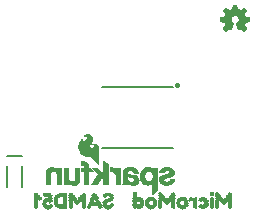
<source format=gbo>
G04 EAGLE Gerber RS-274X export*
G75*
%MOMM*%
%FSLAX34Y34*%
%LPD*%
%INSilkscreen Bottom*%
%IPPOS*%
%AMOC8*
5,1,8,0,0,1.08239X$1,22.5*%
G01*
%ADD10C,0.300000*%
%ADD11C,0.152400*%
%ADD12R,0.200000X0.050000*%
%ADD13R,0.250000X0.050000*%
%ADD14R,0.050000X0.050000*%
%ADD15R,0.100000X0.050000*%
%ADD16R,0.300000X0.050000*%
%ADD17R,0.350000X0.050000*%
%ADD18R,0.400000X0.050000*%
%ADD19R,0.450000X0.050000*%
%ADD20R,0.500000X0.050000*%
%ADD21R,0.550000X0.050000*%
%ADD22R,0.600000X0.050000*%
%ADD23R,0.700000X0.050000*%
%ADD24R,0.800000X0.050000*%
%ADD25R,0.650000X0.050000*%
%ADD26R,0.750000X0.050000*%
%ADD27R,0.850000X0.050000*%
%ADD28R,1.400000X0.050000*%
%ADD29R,0.900000X0.050000*%
%ADD30R,0.950000X0.050000*%
%ADD31R,0.300000X0.060000*%
%ADD32R,0.500000X0.060000*%
%ADD33R,0.350000X0.060000*%
%ADD34R,0.100000X0.060000*%
%ADD35R,0.400000X0.060000*%
%ADD36R,0.450000X0.060000*%
%ADD37R,0.250000X0.060000*%
%ADD38R,0.950000X0.060000*%
%ADD39R,0.550000X0.060000*%
%ADD40R,0.600000X0.060000*%
%ADD41R,0.750000X0.060000*%
%ADD42R,1.000000X0.050000*%
%ADD43R,1.050000X0.050000*%
%ADD44R,1.450000X0.050000*%
%ADD45R,0.700000X0.060000*%
%ADD46R,0.800000X0.060000*%
%ADD47R,1.100000X0.050000*%
%ADD48R,0.150000X0.050000*%
%ADD49R,1.200000X0.060000*%
%ADD50R,1.050000X0.060000*%
%ADD51R,1.200000X0.050000*%
%ADD52R,0.650000X0.060000*%
%ADD53C,0.203200*%

G36*
X205728Y192088D02*
X205728Y192088D01*
X205794Y192093D01*
X205812Y192104D01*
X205833Y192109D01*
X205918Y192169D01*
X205942Y192183D01*
X205945Y192188D01*
X205950Y192192D01*
X208150Y194492D01*
X208158Y194505D01*
X208171Y194515D01*
X208202Y194579D01*
X208238Y194641D01*
X208239Y194657D01*
X208246Y194671D01*
X208245Y194742D01*
X208251Y194813D01*
X208245Y194828D01*
X208244Y194844D01*
X208187Y194969D01*
X208185Y194973D01*
X208185Y194974D01*
X206317Y197589D01*
X206319Y197600D01*
X206328Y197613D01*
X206339Y197671D01*
X206348Y197692D01*
X206348Y197714D01*
X206354Y197747D01*
X206355Y197752D01*
X206355Y197753D01*
X206355Y197754D01*
X206355Y197764D01*
X206388Y197829D01*
X206444Y197886D01*
X206455Y197904D01*
X206467Y197913D01*
X206475Y197932D01*
X206515Y197984D01*
X206588Y198129D01*
X206644Y198186D01*
X206684Y198250D01*
X206728Y198313D01*
X206730Y198325D01*
X206735Y198333D01*
X206739Y198368D01*
X206755Y198454D01*
X206755Y198503D01*
X206784Y198550D01*
X206828Y198613D01*
X206830Y198625D01*
X206835Y198633D01*
X206839Y198668D01*
X206855Y198754D01*
X206855Y198864D01*
X206888Y198929D01*
X206944Y198986D01*
X206984Y199050D01*
X207028Y199113D01*
X207030Y199125D01*
X207035Y199133D01*
X207039Y199168D01*
X207045Y199201D01*
X207048Y199209D01*
X207048Y199217D01*
X207055Y199254D01*
X207055Y199303D01*
X207084Y199350D01*
X207128Y199413D01*
X207130Y199425D01*
X207135Y199433D01*
X207139Y199468D01*
X207155Y199554D01*
X207155Y199664D01*
X207184Y199722D01*
X210440Y200280D01*
X210458Y200287D01*
X210477Y200288D01*
X210537Y200321D01*
X210599Y200347D01*
X210612Y200362D01*
X210629Y200371D01*
X210668Y200427D01*
X210712Y200478D01*
X210717Y200497D01*
X210728Y200513D01*
X210750Y200624D01*
X210755Y200646D01*
X210754Y200650D01*
X210755Y200654D01*
X210755Y203854D01*
X210751Y203873D01*
X210753Y203892D01*
X210742Y203926D01*
X210741Y203933D01*
X210736Y203943D01*
X210731Y203956D01*
X210716Y204022D01*
X210703Y204037D01*
X210697Y204055D01*
X210649Y204103D01*
X210606Y204156D01*
X210588Y204163D01*
X210574Y204177D01*
X210468Y204217D01*
X210448Y204226D01*
X210444Y204226D01*
X210440Y204228D01*
X207228Y204778D01*
X207217Y204817D01*
X207216Y204822D01*
X207215Y204823D01*
X207155Y204943D01*
X207155Y204954D01*
X207152Y204969D01*
X207154Y204985D01*
X207134Y205055D01*
X207134Y205070D01*
X207126Y205084D01*
X207117Y205117D01*
X207116Y205122D01*
X207115Y205123D01*
X207055Y205243D01*
X207055Y205254D01*
X207052Y205269D01*
X207054Y205285D01*
X207017Y205417D01*
X207016Y205422D01*
X207015Y205423D01*
X206855Y205743D01*
X206855Y205754D01*
X206852Y205769D01*
X206854Y205785D01*
X206817Y205917D01*
X206816Y205922D01*
X206815Y205923D01*
X206715Y206123D01*
X206692Y206151D01*
X206655Y206205D01*
X206655Y206254D01*
X206638Y206328D01*
X206624Y206403D01*
X206618Y206413D01*
X206616Y206422D01*
X206593Y206450D01*
X206544Y206522D01*
X206488Y206578D01*
X206415Y206723D01*
X206392Y206751D01*
X206355Y206805D01*
X206355Y206854D01*
X206338Y206928D01*
X206334Y206950D01*
X208188Y209638D01*
X208194Y209654D01*
X208206Y209667D01*
X208226Y209734D01*
X208251Y209799D01*
X208250Y209817D01*
X208255Y209833D01*
X208242Y209902D01*
X208236Y209972D01*
X208227Y209986D01*
X208224Y210003D01*
X208153Y210109D01*
X208146Y210120D01*
X208145Y210120D01*
X208144Y210122D01*
X205944Y212322D01*
X205930Y212331D01*
X205919Y212345D01*
X205857Y212376D01*
X205797Y212413D01*
X205780Y212415D01*
X205765Y212422D01*
X205695Y212423D01*
X205625Y212429D01*
X205609Y212423D01*
X205592Y212423D01*
X205474Y212372D01*
X205463Y212368D01*
X205462Y212367D01*
X205461Y212366D01*
X202762Y210504D01*
X202744Y210522D01*
X202679Y210562D01*
X202617Y210606D01*
X202605Y210608D01*
X202597Y210613D01*
X202562Y210616D01*
X202476Y210633D01*
X202426Y210633D01*
X202414Y210641D01*
X202346Y210693D01*
X202201Y210765D01*
X202144Y210822D01*
X202079Y210862D01*
X202017Y210906D01*
X202005Y210908D01*
X201997Y210913D01*
X201962Y210916D01*
X201876Y210933D01*
X201826Y210933D01*
X201814Y210941D01*
X201746Y210993D01*
X201546Y211093D01*
X201530Y211097D01*
X201517Y211106D01*
X201383Y211132D01*
X201377Y211133D01*
X201376Y211133D01*
X201366Y211133D01*
X201246Y211193D01*
X201230Y211197D01*
X201217Y211206D01*
X201083Y211232D01*
X201077Y211233D01*
X201076Y211233D01*
X201026Y211233D01*
X200979Y211262D01*
X200917Y211306D01*
X200905Y211308D01*
X200897Y211313D01*
X200862Y211316D01*
X200776Y211333D01*
X200666Y211333D01*
X200608Y211362D01*
X200050Y214618D01*
X200042Y214636D01*
X200041Y214655D01*
X200009Y214714D01*
X199982Y214777D01*
X199968Y214790D01*
X199958Y214807D01*
X199903Y214846D01*
X199851Y214890D01*
X199832Y214895D01*
X199817Y214906D01*
X199706Y214927D01*
X199684Y214933D01*
X199680Y214932D01*
X199676Y214933D01*
X196476Y214933D01*
X196457Y214929D01*
X196438Y214931D01*
X196374Y214909D01*
X196308Y214893D01*
X196293Y214881D01*
X196274Y214875D01*
X196227Y214827D01*
X196174Y214783D01*
X196166Y214766D01*
X196153Y214752D01*
X196113Y214646D01*
X196104Y214625D01*
X196104Y214622D01*
X196102Y214618D01*
X195552Y211406D01*
X195513Y211395D01*
X195508Y211393D01*
X195507Y211393D01*
X195506Y211393D01*
X195386Y211333D01*
X195376Y211333D01*
X195360Y211329D01*
X195344Y211332D01*
X195213Y211295D01*
X195208Y211293D01*
X195207Y211293D01*
X195206Y211293D01*
X195086Y211233D01*
X195076Y211233D01*
X195060Y211229D01*
X195044Y211232D01*
X194913Y211195D01*
X194908Y211193D01*
X194907Y211193D01*
X194906Y211193D01*
X194786Y211133D01*
X194676Y211133D01*
X194602Y211116D01*
X194526Y211102D01*
X194517Y211096D01*
X194508Y211093D01*
X194480Y211071D01*
X194408Y211022D01*
X194351Y210965D01*
X194286Y210933D01*
X194276Y210933D01*
X194260Y210929D01*
X194244Y210932D01*
X194113Y210895D01*
X194108Y210893D01*
X194107Y210893D01*
X194106Y210893D01*
X193906Y210793D01*
X193879Y210770D01*
X193808Y210722D01*
X193751Y210665D01*
X193686Y210633D01*
X193676Y210633D01*
X193660Y210629D01*
X193644Y210632D01*
X193513Y210595D01*
X193508Y210593D01*
X193507Y210593D01*
X193506Y210593D01*
X193365Y210522D01*
X190691Y212366D01*
X190679Y212371D01*
X190670Y212380D01*
X190599Y212402D01*
X190530Y212429D01*
X190517Y212428D01*
X190505Y212432D01*
X190432Y212420D01*
X190358Y212414D01*
X190347Y212407D01*
X190334Y212405D01*
X190214Y212328D01*
X187914Y210128D01*
X187900Y210106D01*
X187880Y210090D01*
X187853Y210034D01*
X187819Y209983D01*
X187816Y209957D01*
X187805Y209934D01*
X187806Y209872D01*
X187799Y209811D01*
X187808Y209787D01*
X187808Y209761D01*
X187846Y209681D01*
X187857Y209648D01*
X187864Y209642D01*
X187869Y209631D01*
X189804Y206958D01*
X189764Y206878D01*
X189708Y206822D01*
X189668Y206757D01*
X189624Y206694D01*
X189622Y206683D01*
X189617Y206675D01*
X189613Y206640D01*
X189597Y206554D01*
X189597Y206504D01*
X189589Y206491D01*
X189537Y206423D01*
X189464Y206278D01*
X189408Y206222D01*
X189368Y206157D01*
X189324Y206094D01*
X189322Y206083D01*
X189317Y206075D01*
X189313Y206040D01*
X189297Y205954D01*
X189297Y205904D01*
X189268Y205857D01*
X189224Y205794D01*
X189222Y205783D01*
X189217Y205775D01*
X189213Y205740D01*
X189197Y205654D01*
X189197Y205543D01*
X189164Y205478D01*
X189108Y205422D01*
X189068Y205357D01*
X189024Y205294D01*
X189022Y205283D01*
X189017Y205275D01*
X189013Y205240D01*
X188997Y205154D01*
X188997Y205104D01*
X188968Y205057D01*
X188924Y204994D01*
X188922Y204983D01*
X188917Y204975D01*
X188913Y204940D01*
X188897Y204854D01*
X188897Y204775D01*
X185614Y204228D01*
X185595Y204220D01*
X185575Y204219D01*
X185516Y204187D01*
X185454Y204161D01*
X185441Y204146D01*
X185423Y204136D01*
X185385Y204081D01*
X185341Y204031D01*
X185335Y204011D01*
X185324Y203994D01*
X185308Y203913D01*
X185304Y203903D01*
X185304Y203892D01*
X185303Y203888D01*
X185297Y203863D01*
X185298Y203859D01*
X185297Y203854D01*
X185297Y200654D01*
X185301Y200635D01*
X185299Y200616D01*
X185321Y200551D01*
X185336Y200485D01*
X185349Y200470D01*
X185355Y200452D01*
X185403Y200404D01*
X185446Y200352D01*
X185464Y200344D01*
X185478Y200330D01*
X185584Y200290D01*
X185604Y200281D01*
X185608Y200281D01*
X185612Y200280D01*
X188900Y199716D01*
X188935Y199591D01*
X188936Y199585D01*
X188937Y199585D01*
X188937Y199584D01*
X188997Y199464D01*
X188997Y199454D01*
X189000Y199438D01*
X188998Y199422D01*
X189035Y199291D01*
X189036Y199285D01*
X189037Y199285D01*
X189037Y199284D01*
X189097Y199164D01*
X189097Y199154D01*
X189100Y199138D01*
X189098Y199122D01*
X189135Y198991D01*
X189136Y198985D01*
X189137Y198985D01*
X189137Y198984D01*
X189297Y198664D01*
X189297Y198654D01*
X189300Y198638D01*
X189298Y198622D01*
X189335Y198491D01*
X189336Y198485D01*
X189337Y198485D01*
X189337Y198484D01*
X189437Y198284D01*
X189460Y198256D01*
X189508Y198186D01*
X189564Y198129D01*
X189597Y198064D01*
X189597Y198054D01*
X189600Y198038D01*
X189598Y198022D01*
X189635Y197891D01*
X189636Y197885D01*
X189637Y197885D01*
X189637Y197884D01*
X189737Y197684D01*
X189760Y197656D01*
X189808Y197586D01*
X189818Y197575D01*
X187873Y194981D01*
X187863Y194959D01*
X187846Y194940D01*
X187828Y194880D01*
X187803Y194823D01*
X187804Y194798D01*
X187797Y194774D01*
X187808Y194713D01*
X187811Y194650D01*
X187823Y194628D01*
X187828Y194604D01*
X187879Y194529D01*
X187895Y194499D01*
X187902Y194494D01*
X187908Y194486D01*
X190208Y192186D01*
X190222Y192177D01*
X190233Y192163D01*
X190295Y192131D01*
X190355Y192094D01*
X190372Y192093D01*
X190387Y192085D01*
X190458Y192085D01*
X190527Y192078D01*
X190543Y192084D01*
X190560Y192084D01*
X190678Y192136D01*
X190689Y192140D01*
X190690Y192141D01*
X190691Y192141D01*
X193390Y194003D01*
X193408Y193986D01*
X193473Y193945D01*
X193535Y193901D01*
X193547Y193899D01*
X193555Y193894D01*
X193590Y193891D01*
X193605Y193888D01*
X193608Y193886D01*
X193673Y193845D01*
X193735Y193801D01*
X193747Y193799D01*
X193755Y193794D01*
X193790Y193791D01*
X193876Y193774D01*
X193926Y193774D01*
X193973Y193745D01*
X194035Y193701D01*
X194047Y193699D01*
X194055Y193694D01*
X194090Y193691D01*
X194105Y193688D01*
X194108Y193686D01*
X194173Y193645D01*
X194235Y193601D01*
X194247Y193599D01*
X194255Y193594D01*
X194290Y193591D01*
X194305Y193588D01*
X194308Y193586D01*
X194373Y193545D01*
X194435Y193501D01*
X194447Y193499D01*
X194455Y193494D01*
X194490Y193491D01*
X194519Y193485D01*
X194546Y193452D01*
X194565Y193444D01*
X194580Y193429D01*
X194643Y193409D01*
X194704Y193381D01*
X194725Y193382D01*
X194744Y193376D01*
X194810Y193386D01*
X194877Y193388D01*
X194895Y193398D01*
X194915Y193401D01*
X194970Y193439D01*
X195029Y193471D01*
X195041Y193488D01*
X195057Y193500D01*
X195114Y193592D01*
X195128Y193613D01*
X195129Y193618D01*
X195132Y193622D01*
X197132Y199022D01*
X197136Y199053D01*
X197148Y199081D01*
X197146Y199137D01*
X197153Y199194D01*
X197143Y199223D01*
X197142Y199254D01*
X197115Y199304D01*
X197096Y199357D01*
X197074Y199379D01*
X197059Y199406D01*
X196999Y199452D01*
X196972Y199478D01*
X196959Y199482D01*
X196946Y199493D01*
X196401Y199765D01*
X196244Y199922D01*
X196214Y199941D01*
X196146Y199993D01*
X196001Y200065D01*
X195688Y200378D01*
X195615Y200523D01*
X195592Y200551D01*
X195544Y200622D01*
X195388Y200778D01*
X195327Y200899D01*
X195236Y201174D01*
X195224Y201193D01*
X195215Y201223D01*
X195155Y201343D01*
X195155Y201454D01*
X195147Y201489D01*
X195136Y201574D01*
X195055Y201815D01*
X195055Y202592D01*
X195136Y202834D01*
X195139Y202870D01*
X195155Y202954D01*
X195155Y203139D01*
X195292Y203343D01*
X195305Y203378D01*
X195336Y203434D01*
X195420Y203686D01*
X195771Y204212D01*
X196118Y204559D01*
X196644Y204910D01*
X196896Y204994D01*
X196914Y205005D01*
X196928Y205008D01*
X196941Y205019D01*
X196986Y205038D01*
X197191Y205174D01*
X197376Y205174D01*
X197411Y205183D01*
X197496Y205194D01*
X197738Y205274D01*
X198329Y205274D01*
X198684Y205186D01*
X198720Y205185D01*
X198776Y205174D01*
X198961Y205174D01*
X199166Y205038D01*
X199201Y205025D01*
X199250Y204997D01*
X199252Y204996D01*
X199253Y204996D01*
X199256Y204994D01*
X199508Y204910D01*
X199735Y204759D01*
X199908Y204586D01*
X199934Y204569D01*
X199966Y204538D01*
X200235Y204359D01*
X200381Y204212D01*
X200732Y203686D01*
X201097Y202592D01*
X201097Y202115D01*
X201016Y201874D01*
X201013Y201838D01*
X200997Y201754D01*
X200997Y201543D01*
X200837Y201223D01*
X200831Y201201D01*
X200816Y201174D01*
X200725Y200899D01*
X200564Y200578D01*
X200408Y200422D01*
X200389Y200391D01*
X200337Y200323D01*
X200264Y200178D01*
X200151Y200065D01*
X200006Y199993D01*
X199979Y199970D01*
X199908Y199922D01*
X199751Y199765D01*
X199430Y199605D01*
X199156Y199513D01*
X199107Y199483D01*
X199054Y199461D01*
X199034Y199439D01*
X199009Y199423D01*
X198978Y199374D01*
X198941Y199331D01*
X198933Y199302D01*
X198917Y199276D01*
X198911Y199219D01*
X198897Y199163D01*
X198903Y199129D01*
X198900Y199104D01*
X198912Y199072D01*
X198920Y199022D01*
X200920Y193622D01*
X200946Y193584D01*
X200962Y193541D01*
X200993Y193513D01*
X201016Y193478D01*
X201056Y193455D01*
X201089Y193424D01*
X201129Y193412D01*
X201166Y193391D01*
X201211Y193388D01*
X201255Y193375D01*
X201296Y193382D01*
X201338Y193380D01*
X201381Y193397D01*
X201426Y193405D01*
X201467Y193433D01*
X201498Y193446D01*
X201515Y193466D01*
X201528Y193474D01*
X201576Y193474D01*
X201650Y193492D01*
X201726Y193505D01*
X201735Y193512D01*
X201744Y193514D01*
X201772Y193537D01*
X201844Y193586D01*
X201851Y193592D01*
X201926Y193605D01*
X201935Y193612D01*
X201944Y193614D01*
X201972Y193637D01*
X202044Y193686D01*
X202051Y193692D01*
X202126Y193705D01*
X202135Y193712D01*
X202144Y193714D01*
X202172Y193737D01*
X202244Y193786D01*
X202251Y193792D01*
X202326Y193805D01*
X202335Y193812D01*
X202344Y193814D01*
X202372Y193837D01*
X202444Y193886D01*
X202451Y193892D01*
X202526Y193905D01*
X202535Y193912D01*
X202544Y193914D01*
X202572Y193937D01*
X202644Y193986D01*
X202651Y193992D01*
X202726Y194005D01*
X202735Y194012D01*
X202744Y194014D01*
X202745Y194014D01*
X205461Y192141D01*
X205481Y192134D01*
X205497Y192120D01*
X205560Y192102D01*
X205622Y192078D01*
X205643Y192080D01*
X205664Y192075D01*
X205728Y192088D01*
G37*
G36*
X82742Y79261D02*
X82742Y79261D01*
X82793Y79263D01*
X82825Y79281D01*
X82861Y79289D01*
X82900Y79322D01*
X82945Y79346D01*
X82966Y79376D01*
X82994Y79399D01*
X83015Y79446D01*
X83045Y79488D01*
X83053Y79530D01*
X83065Y79558D01*
X83064Y79588D01*
X83072Y79630D01*
X83072Y92430D01*
X83068Y92448D01*
X83070Y92472D01*
X82870Y94272D01*
X82859Y94303D01*
X82853Y94350D01*
X82653Y94950D01*
X82640Y94970D01*
X82632Y95000D01*
X82332Y95600D01*
X82324Y95610D01*
X82318Y95626D01*
X82018Y96126D01*
X82004Y96140D01*
X81995Y96159D01*
X81918Y96229D01*
X81897Y96250D01*
X81892Y96252D01*
X81888Y96256D01*
X81404Y96546D01*
X81020Y96834D01*
X80985Y96849D01*
X80933Y96883D01*
X79933Y97283D01*
X79900Y97288D01*
X79855Y97305D01*
X79255Y97405D01*
X79228Y97403D01*
X79192Y97410D01*
X78392Y97410D01*
X78356Y97402D01*
X78300Y97399D01*
X77945Y97310D01*
X77792Y97310D01*
X77777Y97307D01*
X77762Y97309D01*
X77630Y97272D01*
X77623Y97271D01*
X77623Y97270D01*
X77622Y97270D01*
X77422Y97170D01*
X77403Y97154D01*
X77379Y97145D01*
X77337Y97099D01*
X77289Y97059D01*
X77279Y97037D01*
X77262Y97018D01*
X77244Y96958D01*
X77218Y96901D01*
X77220Y96876D01*
X77212Y96852D01*
X77223Y96790D01*
X77226Y96728D01*
X77238Y96706D01*
X77242Y96681D01*
X77291Y96608D01*
X77309Y96576D01*
X77317Y96571D01*
X77323Y96561D01*
X77423Y96461D01*
X77455Y96441D01*
X77522Y96390D01*
X77922Y96190D01*
X77945Y96184D01*
X77972Y96169D01*
X78187Y96098D01*
X78497Y95788D01*
X78647Y95562D01*
X78712Y95368D01*
X78712Y95192D01*
X78640Y94976D01*
X78480Y94655D01*
X78250Y94426D01*
X78014Y94268D01*
X77583Y94096D01*
X77154Y94010D01*
X76439Y94010D01*
X75748Y94183D01*
X75252Y94514D01*
X74931Y94915D01*
X74772Y95392D01*
X74772Y95952D01*
X75018Y96525D01*
X75678Y97279D01*
X76476Y98177D01*
X76477Y98179D01*
X76478Y98180D01*
X77178Y98980D01*
X77194Y99009D01*
X77224Y99045D01*
X77724Y99945D01*
X77735Y99983D01*
X77763Y100048D01*
X77963Y100948D01*
X77963Y100981D01*
X77972Y101030D01*
X77972Y101830D01*
X77964Y101867D01*
X77953Y101950D01*
X77653Y102850D01*
X77632Y102884D01*
X77601Y102951D01*
X77101Y103651D01*
X77075Y103674D01*
X77045Y103714D01*
X76145Y104514D01*
X76114Y104531D01*
X76074Y104564D01*
X74974Y105164D01*
X74938Y105174D01*
X74860Y105204D01*
X73760Y105404D01*
X73731Y105403D01*
X73692Y105410D01*
X72692Y105410D01*
X72655Y105402D01*
X72572Y105391D01*
X71672Y105091D01*
X71666Y105087D01*
X71659Y105086D01*
X70859Y104786D01*
X70844Y104776D01*
X70822Y104770D01*
X70656Y104687D01*
X70222Y104470D01*
X70200Y104452D01*
X70164Y104434D01*
X69764Y104134D01*
X69749Y104116D01*
X69723Y104099D01*
X69623Y103999D01*
X69610Y103977D01*
X69590Y103961D01*
X69564Y103904D01*
X69532Y103852D01*
X69529Y103826D01*
X69519Y103802D01*
X69521Y103741D01*
X69515Y103679D01*
X69524Y103655D01*
X69525Y103629D01*
X69555Y103575D01*
X69577Y103517D01*
X69596Y103500D01*
X69608Y103477D01*
X69659Y103442D01*
X69704Y103400D01*
X69729Y103392D01*
X69750Y103377D01*
X69834Y103361D01*
X69870Y103350D01*
X69880Y103352D01*
X69892Y103350D01*
X70192Y103350D01*
X70229Y103358D01*
X70312Y103369D01*
X70554Y103450D01*
X70745Y103450D01*
X71100Y103361D01*
X71108Y103361D01*
X71117Y103357D01*
X71568Y103267D01*
X71891Y103105D01*
X72212Y102865D01*
X72347Y102662D01*
X72431Y102410D01*
X72444Y102390D01*
X72452Y102360D01*
X72540Y102184D01*
X72591Y102030D01*
X72531Y101850D01*
X72530Y101837D01*
X72523Y101822D01*
X72439Y101486D01*
X72276Y101241D01*
X72268Y101221D01*
X72252Y101200D01*
X72080Y100855D01*
X71850Y100626D01*
X71581Y100446D01*
X71574Y100439D01*
X71564Y100434D01*
X71172Y100141D01*
X70901Y99960D01*
X70469Y99744D01*
X70202Y99610D01*
X69654Y99610D01*
X69461Y99675D01*
X69312Y99774D01*
X69172Y100192D01*
X69172Y100930D01*
X69160Y100980D01*
X69160Y101001D01*
X69159Y101025D01*
X69158Y101032D01*
X69141Y101064D01*
X69133Y101099D01*
X69100Y101139D01*
X69075Y101184D01*
X69045Y101205D01*
X69023Y101232D01*
X68975Y101254D01*
X68933Y101283D01*
X68897Y101289D01*
X68864Y101303D01*
X68813Y101301D01*
X68762Y101309D01*
X68721Y101298D01*
X68691Y101297D01*
X68664Y101282D01*
X68622Y101270D01*
X68611Y101265D01*
X67851Y100885D01*
X67822Y100870D01*
X67818Y100867D01*
X67708Y100783D01*
X66908Y99883D01*
X66893Y99855D01*
X66864Y99822D01*
X66164Y98622D01*
X66155Y98593D01*
X66134Y98558D01*
X65634Y97158D01*
X65631Y97132D01*
X65618Y97100D01*
X65318Y95500D01*
X65320Y95464D01*
X65312Y95409D01*
X65412Y93609D01*
X65422Y93577D01*
X65426Y93528D01*
X65926Y91728D01*
X65943Y91697D01*
X65960Y91645D01*
X66960Y89845D01*
X66977Y89827D01*
X66992Y89797D01*
X67692Y88897D01*
X67699Y88891D01*
X67703Y88883D01*
X67713Y88877D01*
X67723Y88861D01*
X68523Y88061D01*
X68533Y88055D01*
X68542Y88044D01*
X69342Y87344D01*
X69367Y87330D01*
X69396Y87304D01*
X70396Y86704D01*
X70421Y86696D01*
X70451Y86677D01*
X71451Y86277D01*
X71470Y86274D01*
X71492Y86263D01*
X72592Y85963D01*
X72609Y85963D01*
X72630Y85955D01*
X73830Y85755D01*
X73856Y85757D01*
X73892Y85750D01*
X75761Y85750D01*
X76258Y85667D01*
X76674Y85417D01*
X77624Y84657D01*
X78100Y84087D01*
X78112Y84077D01*
X78123Y84061D01*
X79401Y82783D01*
X79883Y82109D01*
X79903Y82091D01*
X79923Y82061D01*
X80511Y81473D01*
X81000Y80887D01*
X81012Y80877D01*
X81023Y80861D01*
X81504Y80380D01*
X81788Y80002D01*
X81806Y79987D01*
X81823Y79961D01*
X82097Y79688D01*
X82276Y79419D01*
X82295Y79401D01*
X82308Y79377D01*
X82358Y79342D01*
X82402Y79301D01*
X82428Y79293D01*
X82450Y79277D01*
X82531Y79262D01*
X82568Y79251D01*
X82579Y79252D01*
X82592Y79250D01*
X82692Y79250D01*
X82742Y79261D01*
G37*
G36*
X128431Y53761D02*
X128431Y53761D01*
X128493Y53763D01*
X128515Y53776D01*
X128541Y53780D01*
X128612Y53828D01*
X128645Y53846D01*
X128651Y53854D01*
X128661Y53861D01*
X129546Y54746D01*
X131030Y55933D01*
X131041Y55948D01*
X131061Y55961D01*
X131946Y56846D01*
X132430Y57233D01*
X132436Y57241D01*
X132445Y57246D01*
X132489Y57309D01*
X132537Y57369D01*
X132539Y57379D01*
X132545Y57388D01*
X132560Y57469D01*
X132565Y57480D01*
X132565Y57492D01*
X132572Y57530D01*
X132572Y76030D01*
X132571Y76034D01*
X132572Y76039D01*
X132552Y76119D01*
X132533Y76199D01*
X132530Y76202D01*
X132529Y76207D01*
X132475Y76269D01*
X132423Y76332D01*
X132418Y76334D01*
X132416Y76338D01*
X132284Y76399D01*
X131884Y76499D01*
X131876Y76499D01*
X131867Y76503D01*
X131367Y76603D01*
X131335Y76602D01*
X131292Y76610D01*
X130839Y76610D01*
X130484Y76699D01*
X130476Y76699D01*
X130467Y76703D01*
X129975Y76801D01*
X129584Y76899D01*
X129576Y76899D01*
X129567Y76903D01*
X128567Y77103D01*
X128565Y77103D01*
X128564Y77103D01*
X128480Y77100D01*
X128393Y77097D01*
X128392Y77097D01*
X128391Y77097D01*
X128317Y77056D01*
X128241Y77015D01*
X128240Y77014D01*
X128239Y77014D01*
X128191Y76945D01*
X128140Y76874D01*
X128140Y76873D01*
X128139Y76872D01*
X128112Y76730D01*
X128112Y75948D01*
X127961Y76099D01*
X127945Y76109D01*
X127930Y76127D01*
X127430Y76527D01*
X127409Y76537D01*
X127388Y76556D01*
X126388Y77156D01*
X126375Y77160D01*
X126255Y77205D01*
X125055Y77405D01*
X125028Y77403D01*
X124992Y77410D01*
X124292Y77410D01*
X124281Y77408D01*
X124267Y77409D01*
X122767Y77309D01*
X122730Y77298D01*
X122664Y77288D01*
X121264Y76788D01*
X121235Y76769D01*
X121188Y76751D01*
X120088Y76051D01*
X120061Y76023D01*
X120009Y75984D01*
X119109Y74984D01*
X119096Y74961D01*
X119071Y74934D01*
X118371Y73834D01*
X118359Y73798D01*
X118329Y73742D01*
X117929Y72442D01*
X117928Y72427D01*
X117920Y72410D01*
X117620Y71010D01*
X117621Y70986D01*
X117613Y70955D01*
X117513Y69455D01*
X117516Y69433D01*
X117513Y69403D01*
X117613Y68003D01*
X117620Y67979D01*
X117622Y67945D01*
X117922Y66645D01*
X117934Y66620D01*
X117941Y66584D01*
X118441Y65384D01*
X118451Y65369D01*
X118458Y65348D01*
X119058Y64248D01*
X119084Y64219D01*
X119123Y64161D01*
X120023Y63261D01*
X120045Y63248D01*
X120068Y63222D01*
X121168Y62422D01*
X121204Y62407D01*
X121272Y62369D01*
X122472Y61969D01*
X122502Y61966D01*
X122542Y61953D01*
X124042Y61753D01*
X124081Y61757D01*
X124155Y61755D01*
X125955Y62055D01*
X125991Y62070D01*
X126062Y62090D01*
X126192Y62155D01*
X126662Y62390D01*
X126672Y62398D01*
X126688Y62404D01*
X127688Y63004D01*
X127708Y63024D01*
X127789Y63092D01*
X128012Y63371D01*
X128012Y54130D01*
X128018Y54105D01*
X128015Y54079D01*
X128037Y54022D01*
X128051Y53961D01*
X128068Y53941D01*
X128077Y53917D01*
X128122Y53875D01*
X128161Y53828D01*
X128185Y53817D01*
X128204Y53800D01*
X128263Y53782D01*
X128320Y53757D01*
X128345Y53758D01*
X128370Y53750D01*
X128431Y53761D01*
G37*
G36*
X112422Y61757D02*
X112422Y61757D01*
X112467Y61757D01*
X112930Y61850D01*
X113392Y61850D01*
X113428Y61858D01*
X113484Y61861D01*
X113884Y61961D01*
X113904Y61971D01*
X113933Y61977D01*
X114433Y62177D01*
X114445Y62185D01*
X114462Y62190D01*
X114862Y62390D01*
X114878Y62403D01*
X114903Y62414D01*
X115183Y62601D01*
X115562Y62790D01*
X115591Y62814D01*
X115661Y62861D01*
X115961Y63161D01*
X115977Y63188D01*
X116008Y63219D01*
X116203Y63510D01*
X116496Y63902D01*
X116500Y63911D01*
X116508Y63919D01*
X116708Y64219D01*
X116709Y64220D01*
X116710Y64221D01*
X116765Y64355D01*
X116855Y64806D01*
X117032Y65160D01*
X117036Y65175D01*
X117045Y65188D01*
X117071Y65322D01*
X117072Y65329D01*
X117072Y65330D01*
X117072Y65792D01*
X117165Y66255D01*
X117165Y66265D01*
X117166Y66398D01*
X116966Y67498D01*
X116957Y67520D01*
X116953Y67550D01*
X116653Y68450D01*
X116636Y68477D01*
X116622Y68519D01*
X116222Y69219D01*
X116199Y69243D01*
X116139Y69319D01*
X115439Y69919D01*
X115413Y69933D01*
X115381Y69960D01*
X114681Y70360D01*
X114655Y70368D01*
X114626Y70386D01*
X113826Y70686D01*
X113807Y70689D01*
X113784Y70699D01*
X112984Y70899D01*
X112962Y70899D01*
X112934Y70908D01*
X112034Y71008D01*
X110240Y71207D01*
X109571Y71303D01*
X108905Y71493D01*
X108352Y71678D01*
X107952Y71918D01*
X107772Y72157D01*
X107772Y73040D01*
X108005Y73505D01*
X108061Y73561D01*
X108081Y73593D01*
X108132Y73660D01*
X108175Y73747D01*
X108582Y73950D01*
X108692Y73950D01*
X108707Y73953D01*
X108722Y73951D01*
X108854Y73988D01*
X108861Y73989D01*
X108861Y73990D01*
X108862Y73990D01*
X108982Y74050D01*
X110602Y74050D01*
X111467Y73618D01*
X111780Y73305D01*
X111840Y73184D01*
X111931Y72910D01*
X111944Y72890D01*
X111952Y72860D01*
X112012Y72740D01*
X112012Y72330D01*
X112023Y72280D01*
X112025Y72229D01*
X112043Y72197D01*
X112051Y72161D01*
X112084Y72122D01*
X112108Y72077D01*
X112138Y72056D01*
X112161Y72028D01*
X112208Y72007D01*
X112250Y71977D01*
X112292Y71969D01*
X112320Y71957D01*
X112350Y71958D01*
X112392Y71950D01*
X116292Y71950D01*
X116372Y71968D01*
X116452Y71985D01*
X116456Y71988D01*
X116461Y71989D01*
X116524Y72042D01*
X116588Y72092D01*
X116590Y72096D01*
X116594Y72099D01*
X116628Y72174D01*
X116663Y72248D01*
X116663Y72253D01*
X116665Y72258D01*
X116664Y72285D01*
X116667Y72393D01*
X116467Y73593D01*
X116457Y73616D01*
X116457Y73618D01*
X116456Y73638D01*
X116454Y73643D01*
X116453Y73650D01*
X116253Y74250D01*
X116233Y74282D01*
X116196Y74358D01*
X115908Y74742D01*
X115618Y75226D01*
X115606Y75238D01*
X115596Y75258D01*
X115296Y75658D01*
X115271Y75679D01*
X115264Y75692D01*
X115249Y75703D01*
X115220Y75734D01*
X114820Y76034D01*
X114804Y76041D01*
X114788Y76056D01*
X113788Y76656D01*
X113763Y76664D01*
X113733Y76683D01*
X113233Y76883D01*
X113204Y76887D01*
X113167Y76903D01*
X112690Y76998D01*
X112112Y77191D01*
X112087Y77193D01*
X112055Y77205D01*
X111461Y77304D01*
X110967Y77403D01*
X110935Y77402D01*
X110892Y77410D01*
X108592Y77410D01*
X108562Y77403D01*
X108517Y77403D01*
X108054Y77310D01*
X107492Y77310D01*
X107462Y77303D01*
X107417Y77303D01*
X106917Y77203D01*
X106891Y77191D01*
X106851Y77183D01*
X106383Y76996D01*
X105917Y76903D01*
X105891Y76891D01*
X105851Y76883D01*
X105351Y76683D01*
X105320Y76661D01*
X105264Y76634D01*
X104064Y75734D01*
X104039Y75704D01*
X103988Y75658D01*
X103688Y75258D01*
X103676Y75232D01*
X103652Y75200D01*
X103452Y74800D01*
X103449Y74786D01*
X103439Y74771D01*
X103239Y74271D01*
X103235Y74242D01*
X103219Y74205D01*
X103119Y73705D01*
X103120Y73673D01*
X103112Y73630D01*
X103112Y65020D01*
X103052Y64900D01*
X103048Y64885D01*
X103039Y64872D01*
X103013Y64738D01*
X103012Y64732D01*
X103012Y64731D01*
X103012Y64730D01*
X103012Y63920D01*
X102952Y63800D01*
X102948Y63785D01*
X102939Y63772D01*
X102930Y63726D01*
X102929Y63723D01*
X102929Y63721D01*
X102913Y63638D01*
X102912Y63632D01*
X102912Y63631D01*
X102912Y63630D01*
X102912Y63520D01*
X102852Y63400D01*
X102848Y63385D01*
X102839Y63372D01*
X102813Y63238D01*
X102812Y63232D01*
X102812Y63231D01*
X102812Y63230D01*
X102812Y63020D01*
X102780Y62955D01*
X102723Y62899D01*
X102683Y62834D01*
X102639Y62772D01*
X102637Y62760D01*
X102632Y62752D01*
X102628Y62715D01*
X102612Y62630D01*
X102612Y62530D01*
X102623Y62480D01*
X102625Y62429D01*
X102643Y62397D01*
X102651Y62361D01*
X102684Y62322D01*
X102708Y62277D01*
X102738Y62256D01*
X102761Y62228D01*
X102808Y62207D01*
X102850Y62177D01*
X102892Y62169D01*
X102920Y62157D01*
X102950Y62158D01*
X102992Y62150D01*
X106892Y62150D01*
X106942Y62161D01*
X106993Y62163D01*
X107025Y62181D01*
X107061Y62189D01*
X107100Y62222D01*
X107145Y62246D01*
X107166Y62276D01*
X107194Y62299D01*
X107215Y62346D01*
X107245Y62388D01*
X107253Y62430D01*
X107265Y62458D01*
X107265Y62468D01*
X107301Y62526D01*
X107345Y62588D01*
X107347Y62600D01*
X107352Y62608D01*
X107356Y62645D01*
X107358Y62659D01*
X107361Y62661D01*
X107401Y62726D01*
X107445Y62788D01*
X107447Y62800D01*
X107452Y62808D01*
X107456Y62845D01*
X107472Y62930D01*
X107472Y63079D01*
X107485Y63100D01*
X107623Y62961D01*
X107650Y62945D01*
X107681Y62914D01*
X107981Y62714D01*
X108017Y62700D01*
X108072Y62669D01*
X108324Y62585D01*
X108581Y62414D01*
X108617Y62400D01*
X108672Y62369D01*
X109872Y61969D01*
X109909Y61966D01*
X109992Y61950D01*
X110230Y61950D01*
X110472Y61869D01*
X110509Y61866D01*
X110592Y61850D01*
X110930Y61850D01*
X111172Y61769D01*
X111209Y61766D01*
X111292Y61750D01*
X112392Y61750D01*
X112422Y61757D01*
G37*
G36*
X81424Y62157D02*
X81424Y62157D01*
X81458Y62155D01*
X81508Y62177D01*
X81561Y62189D01*
X81586Y62210D01*
X81617Y62223D01*
X81664Y62275D01*
X81694Y62299D01*
X81701Y62315D01*
X81715Y62330D01*
X85371Y68236D01*
X86412Y67265D01*
X86412Y62530D01*
X86423Y62480D01*
X86425Y62429D01*
X86443Y62397D01*
X86451Y62361D01*
X86484Y62322D01*
X86508Y62277D01*
X86538Y62256D01*
X86561Y62228D01*
X86608Y62207D01*
X86650Y62177D01*
X86692Y62169D01*
X86720Y62157D01*
X86750Y62158D01*
X86792Y62150D01*
X90692Y62150D01*
X90742Y62161D01*
X90793Y62163D01*
X90825Y62181D01*
X90861Y62189D01*
X90900Y62222D01*
X90945Y62246D01*
X90966Y62276D01*
X90994Y62299D01*
X91015Y62346D01*
X91045Y62388D01*
X91053Y62430D01*
X91065Y62458D01*
X91064Y62488D01*
X91072Y62530D01*
X91072Y79930D01*
X91062Y79973D01*
X91062Y80018D01*
X91043Y80057D01*
X91033Y80099D01*
X91004Y80133D01*
X90984Y80173D01*
X90945Y80206D01*
X90923Y80232D01*
X90899Y80243D01*
X90872Y80265D01*
X86972Y82365D01*
X86917Y82380D01*
X86864Y82403D01*
X86834Y82402D01*
X86805Y82410D01*
X86749Y82399D01*
X86691Y82397D01*
X86665Y82382D01*
X86635Y82376D01*
X86590Y82341D01*
X86539Y82314D01*
X86522Y82289D01*
X86498Y82271D01*
X86472Y82219D01*
X86439Y82172D01*
X86433Y82138D01*
X86421Y82115D01*
X86422Y82080D01*
X86412Y82030D01*
X86412Y72575D01*
X82166Y76993D01*
X82099Y77037D01*
X82034Y77083D01*
X82026Y77084D01*
X82021Y77088D01*
X81988Y77092D01*
X81892Y77110D01*
X77292Y77110D01*
X77265Y77104D01*
X77238Y77106D01*
X77182Y77084D01*
X77123Y77071D01*
X77102Y77053D01*
X77076Y77043D01*
X77036Y76999D01*
X76990Y76961D01*
X76978Y76935D01*
X76960Y76915D01*
X76943Y76857D01*
X76919Y76802D01*
X76920Y76775D01*
X76912Y76748D01*
X76923Y76689D01*
X76925Y76629D01*
X76939Y76605D01*
X76944Y76578D01*
X76990Y76511D01*
X77008Y76477D01*
X77018Y76470D01*
X77026Y76459D01*
X82103Y71477D01*
X76374Y62738D01*
X76349Y62669D01*
X76319Y62602D01*
X76319Y62589D01*
X76315Y62576D01*
X76323Y62503D01*
X76325Y62429D01*
X76332Y62417D01*
X76333Y62404D01*
X76373Y62342D01*
X76408Y62277D01*
X76419Y62269D01*
X76427Y62258D01*
X76490Y62220D01*
X76550Y62177D01*
X76565Y62174D01*
X76575Y62168D01*
X76614Y62165D01*
X76692Y62150D01*
X81392Y62150D01*
X81424Y62157D01*
G37*
G36*
X41942Y62161D02*
X41942Y62161D01*
X41993Y62163D01*
X42025Y62181D01*
X42061Y62189D01*
X42100Y62222D01*
X42145Y62246D01*
X42166Y62276D01*
X42194Y62299D01*
X42215Y62346D01*
X42245Y62388D01*
X42253Y62430D01*
X42265Y62458D01*
X42264Y62488D01*
X42272Y62530D01*
X42272Y70506D01*
X42369Y71279D01*
X42468Y71973D01*
X42555Y72496D01*
X42808Y72918D01*
X43052Y73242D01*
X43431Y73470D01*
X43861Y73556D01*
X44400Y73646D01*
X45137Y73554D01*
X45658Y73467D01*
X46038Y73239D01*
X46379Y72812D01*
X46653Y72357D01*
X46920Y71732D01*
X47012Y70909D01*
X47012Y62530D01*
X47023Y62480D01*
X47025Y62429D01*
X47043Y62397D01*
X47051Y62361D01*
X47084Y62322D01*
X47108Y62277D01*
X47138Y62256D01*
X47161Y62228D01*
X47208Y62207D01*
X47250Y62177D01*
X47292Y62169D01*
X47320Y62157D01*
X47350Y62158D01*
X47392Y62150D01*
X51292Y62150D01*
X51342Y62161D01*
X51393Y62163D01*
X51425Y62181D01*
X51461Y62189D01*
X51500Y62222D01*
X51545Y62246D01*
X51566Y62276D01*
X51594Y62299D01*
X51615Y62346D01*
X51645Y62388D01*
X51653Y62430D01*
X51665Y62458D01*
X51664Y62488D01*
X51672Y62530D01*
X51672Y76730D01*
X51661Y76780D01*
X51659Y76831D01*
X51641Y76863D01*
X51633Y76899D01*
X51600Y76938D01*
X51576Y76983D01*
X51546Y77004D01*
X51523Y77032D01*
X51476Y77053D01*
X51434Y77083D01*
X51392Y77091D01*
X51364Y77103D01*
X51334Y77102D01*
X51292Y77110D01*
X47592Y77110D01*
X47542Y77099D01*
X47491Y77097D01*
X47459Y77079D01*
X47423Y77071D01*
X47384Y77038D01*
X47339Y77014D01*
X47318Y76984D01*
X47290Y76961D01*
X47269Y76914D01*
X47239Y76872D01*
X47231Y76830D01*
X47219Y76802D01*
X47220Y76772D01*
X47212Y76730D01*
X47212Y75748D01*
X46961Y75999D01*
X46945Y76009D01*
X46930Y76027D01*
X46430Y76427D01*
X46416Y76433D01*
X46403Y76446D01*
X45803Y76846D01*
X45767Y76860D01*
X45712Y76891D01*
X44512Y77291D01*
X44487Y77293D01*
X44455Y77305D01*
X43855Y77405D01*
X43828Y77403D01*
X43792Y77410D01*
X43192Y77410D01*
X43180Y77407D01*
X43165Y77409D01*
X41765Y77309D01*
X41735Y77300D01*
X41692Y77297D01*
X40592Y76997D01*
X40560Y76980D01*
X40507Y76962D01*
X39607Y76462D01*
X39579Y76436D01*
X39523Y76399D01*
X38823Y75699D01*
X38805Y75669D01*
X38770Y75632D01*
X38270Y74832D01*
X38257Y74795D01*
X38228Y74739D01*
X37928Y73739D01*
X37927Y73720D01*
X37918Y73698D01*
X37718Y72598D01*
X37719Y72581D01*
X37713Y72559D01*
X37613Y71259D01*
X37615Y71246D01*
X37612Y71230D01*
X37612Y62530D01*
X37623Y62480D01*
X37625Y62429D01*
X37643Y62397D01*
X37651Y62361D01*
X37684Y62322D01*
X37708Y62277D01*
X37738Y62256D01*
X37761Y62228D01*
X37808Y62207D01*
X37850Y62177D01*
X37892Y62169D01*
X37920Y62157D01*
X37950Y62158D01*
X37992Y62150D01*
X41892Y62150D01*
X41942Y62161D01*
G37*
G36*
X62919Y61851D02*
X62919Y61851D01*
X62956Y61862D01*
X63022Y61873D01*
X64122Y62273D01*
X64144Y62287D01*
X64177Y62298D01*
X65077Y62798D01*
X65100Y62819D01*
X65139Y62841D01*
X65839Y63441D01*
X65856Y63464D01*
X65924Y63545D01*
X66424Y64445D01*
X66434Y64478D01*
X66456Y64521D01*
X66756Y65521D01*
X66757Y65540D01*
X66766Y65562D01*
X66966Y66662D01*
X66965Y66691D01*
X66972Y66730D01*
X66972Y76730D01*
X66961Y76780D01*
X66959Y76831D01*
X66941Y76863D01*
X66933Y76899D01*
X66900Y76938D01*
X66876Y76983D01*
X66846Y77004D01*
X66823Y77032D01*
X66776Y77053D01*
X66734Y77083D01*
X66692Y77091D01*
X66664Y77103D01*
X66634Y77102D01*
X66592Y77110D01*
X62792Y77110D01*
X62742Y77099D01*
X62691Y77097D01*
X62659Y77079D01*
X62623Y77071D01*
X62584Y77038D01*
X62539Y77014D01*
X62518Y76984D01*
X62490Y76961D01*
X62469Y76914D01*
X62439Y76872D01*
X62431Y76830D01*
X62419Y76802D01*
X62420Y76772D01*
X62412Y76730D01*
X62412Y68754D01*
X62216Y67185D01*
X62132Y66684D01*
X61633Y66018D01*
X61253Y65790D01*
X60823Y65704D01*
X60284Y65614D01*
X59547Y65706D01*
X59026Y65793D01*
X58628Y66032D01*
X58305Y66355D01*
X58037Y66890D01*
X57763Y67530D01*
X57672Y68254D01*
X57672Y76730D01*
X57661Y76780D01*
X57659Y76831D01*
X57641Y76863D01*
X57633Y76899D01*
X57600Y76938D01*
X57576Y76983D01*
X57546Y77004D01*
X57523Y77032D01*
X57476Y77053D01*
X57434Y77083D01*
X57392Y77091D01*
X57364Y77103D01*
X57334Y77102D01*
X57292Y77110D01*
X53392Y77110D01*
X53342Y77099D01*
X53291Y77097D01*
X53259Y77079D01*
X53223Y77071D01*
X53184Y77038D01*
X53139Y77014D01*
X53118Y76984D01*
X53090Y76961D01*
X53069Y76914D01*
X53039Y76872D01*
X53031Y76830D01*
X53019Y76802D01*
X53020Y76772D01*
X53012Y76730D01*
X53012Y62530D01*
X53023Y62480D01*
X53025Y62429D01*
X53043Y62397D01*
X53051Y62361D01*
X53084Y62322D01*
X53108Y62277D01*
X53138Y62256D01*
X53161Y62228D01*
X53208Y62207D01*
X53250Y62177D01*
X53292Y62169D01*
X53320Y62157D01*
X53350Y62158D01*
X53392Y62150D01*
X57092Y62150D01*
X57142Y62161D01*
X57193Y62163D01*
X57225Y62181D01*
X57261Y62189D01*
X57300Y62222D01*
X57345Y62246D01*
X57366Y62276D01*
X57394Y62299D01*
X57415Y62346D01*
X57445Y62388D01*
X57453Y62430D01*
X57465Y62458D01*
X57464Y62488D01*
X57472Y62530D01*
X57472Y63471D01*
X57695Y63192D01*
X57722Y63171D01*
X57754Y63133D01*
X58254Y62733D01*
X58284Y62719D01*
X58322Y62690D01*
X58922Y62390D01*
X58936Y62387D01*
X58951Y62377D01*
X59451Y62177D01*
X59461Y62175D01*
X59472Y62169D01*
X60072Y61969D01*
X60101Y61967D01*
X60138Y61954D01*
X60835Y61854D01*
X61430Y61755D01*
X61465Y61757D01*
X61519Y61751D01*
X62919Y61851D01*
G37*
G36*
X141524Y61851D02*
X141524Y61851D01*
X141537Y61855D01*
X141555Y61855D01*
X142755Y62055D01*
X142770Y62062D01*
X142792Y62063D01*
X143892Y62363D01*
X143920Y62378D01*
X143962Y62390D01*
X144282Y62550D01*
X144962Y62890D01*
X144991Y62914D01*
X145042Y62944D01*
X145842Y63644D01*
X145860Y63669D01*
X145892Y63697D01*
X146592Y64597D01*
X146608Y64632D01*
X146645Y64689D01*
X147045Y65689D01*
X147050Y65723D01*
X147068Y65772D01*
X147268Y67072D01*
X147262Y67152D01*
X147259Y67231D01*
X147255Y67237D01*
X147254Y67245D01*
X147214Y67313D01*
X147176Y67383D01*
X147170Y67387D01*
X147166Y67394D01*
X147099Y67437D01*
X147034Y67483D01*
X147026Y67484D01*
X147020Y67488D01*
X146987Y67492D01*
X146892Y67510D01*
X143192Y67510D01*
X143142Y67499D01*
X143091Y67497D01*
X143059Y67479D01*
X143023Y67471D01*
X142984Y67438D01*
X142939Y67414D01*
X142918Y67384D01*
X142890Y67361D01*
X142869Y67314D01*
X142839Y67272D01*
X142831Y67230D01*
X142819Y67202D01*
X142820Y67172D01*
X142812Y67130D01*
X142812Y66603D01*
X142658Y66218D01*
X142420Y65902D01*
X141738Y65390D01*
X141230Y65305D01*
X141224Y65303D01*
X141217Y65303D01*
X140723Y65204D01*
X140208Y65118D01*
X139884Y65199D01*
X139848Y65199D01*
X139792Y65210D01*
X139439Y65210D01*
X139125Y65289D01*
X138793Y65455D01*
X138442Y65718D01*
X138235Y65924D01*
X138084Y66530D01*
X138151Y66797D01*
X138292Y67080D01*
X138604Y67314D01*
X139052Y67582D01*
X139598Y67765D01*
X141175Y68159D01*
X142167Y68357D01*
X142170Y68359D01*
X142175Y68359D01*
X143075Y68559D01*
X143095Y68569D01*
X143126Y68574D01*
X143926Y68874D01*
X143932Y68878D01*
X143942Y68881D01*
X144642Y69181D01*
X144657Y69192D01*
X144681Y69200D01*
X145381Y69600D01*
X145389Y69608D01*
X145403Y69614D01*
X146003Y70014D01*
X146004Y70015D01*
X146007Y70016D01*
X146108Y70119D01*
X146508Y70719D01*
X146519Y70747D01*
X146542Y70780D01*
X146842Y71480D01*
X146848Y71519D01*
X146854Y71538D01*
X146866Y71564D01*
X146866Y71574D01*
X146870Y71588D01*
X146970Y72488D01*
X146966Y72519D01*
X146971Y72562D01*
X146871Y73762D01*
X146859Y73799D01*
X146845Y73871D01*
X146445Y74871D01*
X146425Y74900D01*
X146378Y74980D01*
X145678Y75780D01*
X145659Y75794D01*
X145639Y75819D01*
X144939Y76419D01*
X144907Y76436D01*
X144862Y76470D01*
X143862Y76970D01*
X143825Y76979D01*
X143767Y77003D01*
X142767Y77203D01*
X142764Y77203D01*
X142760Y77204D01*
X141660Y77404D01*
X141631Y77403D01*
X141592Y77410D01*
X139292Y77410D01*
X139264Y77404D01*
X139224Y77404D01*
X138124Y77204D01*
X138107Y77197D01*
X138083Y77194D01*
X137083Y76894D01*
X137064Y76884D01*
X137038Y76877D01*
X136138Y76477D01*
X136110Y76457D01*
X136064Y76434D01*
X135264Y75834D01*
X135239Y75804D01*
X135188Y75758D01*
X134588Y74958D01*
X134576Y74932D01*
X134552Y74900D01*
X134052Y73900D01*
X134043Y73862D01*
X134017Y73793D01*
X133817Y72593D01*
X133822Y72511D01*
X133825Y72429D01*
X133828Y72425D01*
X133828Y72420D01*
X133869Y72349D01*
X133908Y72277D01*
X133912Y72274D01*
X133915Y72270D01*
X133983Y72224D01*
X134050Y72177D01*
X134055Y72176D01*
X134059Y72174D01*
X134087Y72170D01*
X134192Y72150D01*
X137892Y72150D01*
X137905Y72153D01*
X137919Y72151D01*
X137989Y72172D01*
X138061Y72189D01*
X138071Y72198D01*
X138084Y72202D01*
X138138Y72253D01*
X138194Y72299D01*
X138200Y72312D01*
X138210Y72321D01*
X138265Y72455D01*
X138358Y72921D01*
X138530Y73352D01*
X138666Y73556D01*
X138883Y73701D01*
X139248Y73883D01*
X139665Y74050D01*
X141230Y74050D01*
X141472Y73969D01*
X141485Y73968D01*
X141500Y73961D01*
X141886Y73865D01*
X142048Y73811D01*
X142312Y73415D01*
X142312Y73177D01*
X142242Y72897D01*
X142020Y72602D01*
X141691Y72355D01*
X141146Y72082D01*
X140607Y71903D01*
X139845Y71807D01*
X139826Y71800D01*
X139800Y71799D01*
X137404Y71200D01*
X136510Y71001D01*
X136474Y70984D01*
X136403Y70960D01*
X135003Y70160D01*
X134983Y70141D01*
X134949Y70122D01*
X134349Y69622D01*
X134325Y69591D01*
X134320Y69586D01*
X134319Y69585D01*
X134276Y69541D01*
X133876Y68941D01*
X133865Y68913D01*
X133843Y68880D01*
X133543Y68180D01*
X133536Y68141D01*
X133514Y68072D01*
X133414Y67172D01*
X133419Y67134D01*
X133416Y67072D01*
X133616Y65772D01*
X133628Y65743D01*
X133635Y65700D01*
X134035Y64600D01*
X134056Y64567D01*
X134088Y64502D01*
X134688Y63702D01*
X134713Y63681D01*
X134742Y63644D01*
X135542Y62944D01*
X135575Y62926D01*
X135622Y62890D01*
X136622Y62390D01*
X136652Y62383D01*
X136692Y62363D01*
X137792Y62063D01*
X137809Y62063D01*
X137830Y62055D01*
X139030Y61855D01*
X139044Y61856D01*
X139060Y61851D01*
X140260Y61751D01*
X140287Y61755D01*
X140324Y61751D01*
X141524Y61851D01*
G37*
G36*
X74342Y62161D02*
X74342Y62161D01*
X74393Y62163D01*
X74425Y62181D01*
X74461Y62189D01*
X74500Y62222D01*
X74545Y62246D01*
X74566Y62276D01*
X74594Y62299D01*
X74615Y62346D01*
X74645Y62388D01*
X74653Y62430D01*
X74665Y62458D01*
X74664Y62488D01*
X74672Y62530D01*
X74672Y73750D01*
X78192Y73750D01*
X78243Y73762D01*
X78296Y73764D01*
X78326Y73781D01*
X78361Y73789D01*
X78401Y73823D01*
X78447Y73848D01*
X78467Y73877D01*
X78494Y73899D01*
X78516Y73947D01*
X78546Y73991D01*
X78551Y74025D01*
X78565Y74058D01*
X78563Y74110D01*
X78571Y74162D01*
X78560Y74195D01*
X78559Y74231D01*
X78534Y74277D01*
X78517Y74327D01*
X78490Y74357D01*
X78476Y74383D01*
X78450Y74401D01*
X78420Y74434D01*
X78042Y74718D01*
X76461Y76299D01*
X76441Y76311D01*
X76420Y76334D01*
X76064Y76602D01*
X75796Y76958D01*
X75784Y76969D01*
X75776Y76983D01*
X75718Y77024D01*
X75663Y77069D01*
X75648Y77073D01*
X75634Y77083D01*
X75507Y77107D01*
X75495Y77110D01*
X75494Y77110D01*
X75492Y77110D01*
X74672Y77110D01*
X74672Y78730D01*
X74666Y78756D01*
X74648Y78864D01*
X74348Y79664D01*
X74344Y79670D01*
X74342Y79680D01*
X74042Y80380D01*
X74018Y80411D01*
X73984Y80473D01*
X73484Y81073D01*
X73454Y81096D01*
X73413Y81139D01*
X72713Y81639D01*
X72689Y81649D01*
X72662Y81670D01*
X71862Y82070D01*
X71835Y82077D01*
X71801Y82094D01*
X70801Y82394D01*
X70762Y82397D01*
X70692Y82410D01*
X67792Y82410D01*
X67777Y82407D01*
X67762Y82409D01*
X67630Y82372D01*
X67623Y82371D01*
X67623Y82370D01*
X67622Y82370D01*
X67422Y82270D01*
X67383Y82238D01*
X67339Y82214D01*
X67318Y82183D01*
X67289Y82159D01*
X67268Y82113D01*
X67239Y82072D01*
X67231Y82029D01*
X67218Y82001D01*
X67219Y81985D01*
X67220Y81971D01*
X67212Y81930D01*
X67212Y79130D01*
X67223Y79080D01*
X67225Y79029D01*
X67243Y78997D01*
X67251Y78961D01*
X67284Y78922D01*
X67308Y78877D01*
X67338Y78856D01*
X67361Y78828D01*
X67408Y78807D01*
X67450Y78777D01*
X67492Y78769D01*
X67520Y78757D01*
X67550Y78758D01*
X67592Y78750D01*
X69245Y78750D01*
X69559Y78671D01*
X69832Y78535D01*
X69963Y78339D01*
X70012Y78240D01*
X70012Y77930D01*
X70020Y77894D01*
X70023Y77838D01*
X70112Y77483D01*
X70112Y77110D01*
X67792Y77110D01*
X67742Y77099D01*
X67691Y77097D01*
X67659Y77079D01*
X67623Y77071D01*
X67584Y77038D01*
X67539Y77014D01*
X67518Y76984D01*
X67490Y76961D01*
X67469Y76914D01*
X67439Y76872D01*
X67431Y76830D01*
X67419Y76802D01*
X67420Y76772D01*
X67412Y76730D01*
X67412Y74130D01*
X67423Y74080D01*
X67425Y74029D01*
X67443Y73997D01*
X67451Y73961D01*
X67484Y73922D01*
X67508Y73877D01*
X67538Y73856D01*
X67561Y73828D01*
X67608Y73807D01*
X67650Y73777D01*
X67692Y73769D01*
X67720Y73757D01*
X67750Y73758D01*
X67792Y73750D01*
X70112Y73750D01*
X70112Y62530D01*
X70123Y62480D01*
X70125Y62429D01*
X70143Y62397D01*
X70151Y62361D01*
X70184Y62322D01*
X70208Y62277D01*
X70238Y62256D01*
X70261Y62228D01*
X70308Y62207D01*
X70350Y62177D01*
X70392Y62169D01*
X70420Y62157D01*
X70450Y62158D01*
X70492Y62150D01*
X74292Y62150D01*
X74342Y62161D01*
G37*
G36*
X101342Y62161D02*
X101342Y62161D01*
X101393Y62163D01*
X101425Y62181D01*
X101461Y62189D01*
X101500Y62222D01*
X101545Y62246D01*
X101566Y62276D01*
X101594Y62299D01*
X101615Y62346D01*
X101645Y62388D01*
X101653Y62430D01*
X101665Y62458D01*
X101664Y62488D01*
X101672Y62530D01*
X101672Y76030D01*
X101669Y76043D01*
X101671Y76057D01*
X101650Y76127D01*
X101633Y76199D01*
X101624Y76209D01*
X101620Y76222D01*
X101569Y76276D01*
X101523Y76332D01*
X101510Y76338D01*
X101501Y76348D01*
X101367Y76403D01*
X100875Y76501D01*
X100484Y76599D01*
X100448Y76599D01*
X100392Y76610D01*
X99930Y76610D01*
X99475Y76701D01*
X99084Y76799D01*
X99076Y76799D01*
X99067Y76803D01*
X98075Y77001D01*
X97684Y77099D01*
X97674Y77099D01*
X97664Y77103D01*
X97588Y77100D01*
X97511Y77102D01*
X97502Y77097D01*
X97491Y77097D01*
X97424Y77060D01*
X97355Y77027D01*
X97348Y77019D01*
X97339Y77014D01*
X97295Y76951D01*
X97247Y76891D01*
X97245Y76881D01*
X97239Y76872D01*
X97212Y76730D01*
X97212Y75314D01*
X97089Y75468D01*
X97086Y75470D01*
X97084Y75473D01*
X96584Y76073D01*
X96569Y76085D01*
X96565Y76092D01*
X96551Y76101D01*
X96530Y76127D01*
X96030Y76527D01*
X96006Y76538D01*
X95981Y76560D01*
X95281Y76960D01*
X95251Y76969D01*
X95212Y76991D01*
X94612Y77191D01*
X94605Y77191D01*
X94596Y77196D01*
X93896Y77396D01*
X93858Y77398D01*
X93792Y77410D01*
X92392Y77410D01*
X92318Y77393D01*
X92243Y77380D01*
X92233Y77373D01*
X92223Y77371D01*
X92194Y77347D01*
X92123Y77299D01*
X92122Y77298D01*
X92091Y77297D01*
X92059Y77279D01*
X92023Y77271D01*
X91984Y77238D01*
X91939Y77214D01*
X91918Y77184D01*
X91890Y77161D01*
X91869Y77114D01*
X91839Y77072D01*
X91831Y77030D01*
X91819Y77002D01*
X91820Y76972D01*
X91812Y76930D01*
X91812Y73330D01*
X91823Y73280D01*
X91825Y73229D01*
X91843Y73197D01*
X91851Y73161D01*
X91884Y73122D01*
X91908Y73077D01*
X91938Y73056D01*
X91961Y73028D01*
X92008Y73007D01*
X92050Y72977D01*
X92092Y72969D01*
X92120Y72957D01*
X92150Y72958D01*
X92192Y72950D01*
X92292Y72950D01*
X92307Y72953D01*
X92322Y72951D01*
X92454Y72988D01*
X92461Y72989D01*
X92461Y72990D01*
X92462Y72990D01*
X92582Y73050D01*
X93573Y73050D01*
X94527Y72954D01*
X95249Y72774D01*
X95844Y72434D01*
X96278Y71912D01*
X96639Y71281D01*
X96823Y70636D01*
X97012Y69788D01*
X97012Y62530D01*
X97023Y62480D01*
X97025Y62429D01*
X97043Y62397D01*
X97051Y62361D01*
X97084Y62322D01*
X97108Y62277D01*
X97138Y62256D01*
X97161Y62228D01*
X97208Y62207D01*
X97250Y62177D01*
X97292Y62169D01*
X97320Y62157D01*
X97350Y62158D01*
X97392Y62150D01*
X101292Y62150D01*
X101342Y62161D01*
G37*
%LPC*%
G36*
X124362Y65604D02*
X124362Y65604D01*
X123669Y65778D01*
X123165Y66198D01*
X122821Y66627D01*
X122545Y67272D01*
X122264Y68022D01*
X122172Y68754D01*
X122172Y70406D01*
X122264Y71138D01*
X122545Y71888D01*
X122820Y72529D01*
X123249Y73044D01*
X123774Y73394D01*
X124390Y73658D01*
X125189Y73747D01*
X125900Y73658D01*
X126602Y73395D01*
X127024Y73057D01*
X127464Y72529D01*
X127739Y71888D01*
X128020Y71138D01*
X128112Y70406D01*
X128112Y68777D01*
X127730Y67252D01*
X127471Y66647D01*
X127035Y66211D01*
X126510Y65774D01*
X125918Y65604D01*
X125095Y65513D01*
X124362Y65604D01*
G37*
%LPD*%
%LPC*%
G36*
X110530Y65110D02*
X110530Y65110D01*
X110067Y65203D01*
X110035Y65202D01*
X109992Y65210D01*
X109582Y65210D01*
X109262Y65370D01*
X109229Y65378D01*
X109184Y65399D01*
X108848Y65483D01*
X108634Y65626D01*
X108488Y65772D01*
X108308Y66041D01*
X108286Y66062D01*
X108261Y66099D01*
X108124Y66235D01*
X107953Y66750D01*
X107940Y66770D01*
X107932Y66800D01*
X107844Y66976D01*
X107772Y67192D01*
X107772Y68815D01*
X108022Y68690D01*
X108037Y68686D01*
X108050Y68677D01*
X108184Y68651D01*
X108191Y68650D01*
X108192Y68650D01*
X108302Y68650D01*
X108422Y68590D01*
X108437Y68586D01*
X108450Y68577D01*
X108584Y68551D01*
X108591Y68550D01*
X108592Y68550D01*
X108902Y68550D01*
X109022Y68490D01*
X109037Y68486D01*
X109050Y68477D01*
X109184Y68451D01*
X109191Y68450D01*
X109192Y68450D01*
X109330Y68450D01*
X109572Y68369D01*
X109609Y68366D01*
X109692Y68350D01*
X110030Y68350D01*
X110272Y68269D01*
X110309Y68266D01*
X110392Y68250D01*
X110702Y68250D01*
X110822Y68190D01*
X110837Y68186D01*
X110850Y68177D01*
X110984Y68151D01*
X110991Y68150D01*
X110992Y68150D01*
X111130Y68150D01*
X111346Y68078D01*
X111467Y68018D01*
X111523Y67961D01*
X111555Y67941D01*
X111622Y67890D01*
X111967Y67718D01*
X112023Y67661D01*
X112055Y67641D01*
X112122Y67590D01*
X112209Y67547D01*
X112412Y67140D01*
X112412Y67030D01*
X112415Y67015D01*
X112413Y67000D01*
X112450Y66868D01*
X112451Y66861D01*
X112452Y66861D01*
X112452Y66860D01*
X112512Y66740D01*
X112512Y66392D01*
X112431Y66150D01*
X112428Y66113D01*
X112412Y66030D01*
X112412Y65920D01*
X112380Y65855D01*
X112323Y65799D01*
X112315Y65785D01*
X112312Y65783D01*
X112309Y65775D01*
X112303Y65767D01*
X112252Y65700D01*
X112209Y65613D01*
X112122Y65570D01*
X112093Y65546D01*
X112023Y65499D01*
X111967Y65443D01*
X111702Y65310D01*
X111592Y65310D01*
X111577Y65307D01*
X111562Y65309D01*
X111430Y65272D01*
X111423Y65271D01*
X111423Y65270D01*
X111422Y65270D01*
X111302Y65210D01*
X111192Y65210D01*
X111177Y65207D01*
X111162Y65209D01*
X111030Y65172D01*
X111023Y65171D01*
X111023Y65170D01*
X111022Y65170D01*
X110947Y65133D01*
X110902Y65110D01*
X110530Y65110D01*
G37*
%LPD*%
D10*
X148445Y146380D02*
X148447Y146424D01*
X148453Y146468D01*
X148463Y146511D01*
X148476Y146553D01*
X148493Y146594D01*
X148514Y146633D01*
X148538Y146670D01*
X148565Y146705D01*
X148595Y146737D01*
X148628Y146767D01*
X148664Y146793D01*
X148701Y146817D01*
X148741Y146836D01*
X148782Y146853D01*
X148825Y146865D01*
X148868Y146874D01*
X148912Y146879D01*
X148956Y146880D01*
X149000Y146877D01*
X149044Y146870D01*
X149087Y146859D01*
X149129Y146845D01*
X149169Y146827D01*
X149208Y146805D01*
X149244Y146781D01*
X149278Y146753D01*
X149310Y146722D01*
X149339Y146688D01*
X149365Y146652D01*
X149387Y146614D01*
X149406Y146574D01*
X149421Y146532D01*
X149433Y146490D01*
X149441Y146446D01*
X149445Y146402D01*
X149445Y146358D01*
X149441Y146314D01*
X149433Y146270D01*
X149421Y146228D01*
X149406Y146186D01*
X149387Y146146D01*
X149365Y146108D01*
X149339Y146072D01*
X149310Y146038D01*
X149278Y146007D01*
X149244Y145979D01*
X149208Y145955D01*
X149169Y145933D01*
X149129Y145915D01*
X149087Y145901D01*
X149044Y145890D01*
X149000Y145883D01*
X148956Y145880D01*
X148912Y145881D01*
X148868Y145886D01*
X148825Y145895D01*
X148782Y145907D01*
X148741Y145924D01*
X148701Y145943D01*
X148664Y145967D01*
X148628Y145993D01*
X148595Y146023D01*
X148565Y146055D01*
X148538Y146090D01*
X148514Y146127D01*
X148493Y146166D01*
X148476Y146207D01*
X148463Y146249D01*
X148453Y146292D01*
X148447Y146336D01*
X148445Y146380D01*
D11*
X145570Y145380D02*
X85570Y145380D01*
X85570Y93380D02*
X145570Y93380D01*
D12*
X178370Y55670D03*
D13*
X113120Y55670D03*
D14*
X194120Y55170D03*
D15*
X182870Y55170D03*
D16*
X178370Y55170D03*
D14*
X146120Y55170D03*
D15*
X134870Y55170D03*
D16*
X113370Y55170D03*
X193870Y54670D03*
X182870Y54670D03*
X178370Y54670D03*
X145870Y54670D03*
X134870Y54670D03*
D17*
X113120Y54670D03*
X193620Y54170D03*
X183120Y54170D03*
D16*
X178370Y54170D03*
D17*
X145620Y54170D03*
X135120Y54170D03*
X113120Y54170D03*
X193620Y53670D03*
D18*
X183370Y53670D03*
D16*
X178370Y53670D03*
D17*
X145620Y53670D03*
D18*
X135370Y53670D03*
D17*
X113120Y53670D03*
D18*
X193370Y53170D03*
X183370Y53170D03*
D16*
X178370Y53170D03*
D18*
X145370Y53170D03*
X135370Y53170D03*
D17*
X113120Y53170D03*
D19*
X193120Y52670D03*
X183620Y52670D03*
D15*
X178370Y52670D03*
D19*
X145120Y52670D03*
X135620Y52670D03*
D17*
X113120Y52670D03*
D20*
X192870Y52170D03*
X183870Y52170D03*
X144870Y52170D03*
X135870Y52170D03*
D17*
X113120Y52170D03*
D21*
X192620Y51670D03*
X184120Y51670D03*
D15*
X153370Y51670D03*
D21*
X144620Y51670D03*
X136120Y51670D03*
D15*
X126870Y51670D03*
D17*
X113120Y51670D03*
D21*
X192620Y51170D03*
X184120Y51170D03*
D13*
X178120Y51170D03*
D17*
X170620Y51170D03*
D13*
X164620Y51170D03*
X160620Y51170D03*
D19*
X153620Y51170D03*
D21*
X144620Y51170D03*
X136120Y51170D03*
D19*
X127120Y51170D03*
D16*
X116870Y51170D03*
D17*
X113120Y51170D03*
D22*
X192370Y50670D03*
X184370Y50670D03*
D16*
X178370Y50670D03*
D21*
X170620Y50670D03*
D23*
X162370Y50670D03*
D22*
X153370Y50670D03*
X144370Y50670D03*
X136370Y50670D03*
X126870Y50670D03*
D24*
X115370Y50670D03*
D25*
X192120Y50170D03*
X184620Y50170D03*
D16*
X178370Y50170D03*
D25*
X170620Y50170D03*
D23*
X162370Y50170D03*
D26*
X153620Y50170D03*
D25*
X144120Y50170D03*
X136620Y50170D03*
D26*
X127120Y50170D03*
D27*
X115620Y50170D03*
D28*
X188370Y49670D03*
D16*
X178370Y49670D03*
D26*
X170620Y49670D03*
D23*
X162370Y49670D03*
D24*
X153370Y49670D03*
D28*
X140370Y49670D03*
D24*
X126870Y49670D03*
D29*
X115870Y49670D03*
D28*
X188370Y49170D03*
D16*
X178370Y49170D03*
D24*
X170870Y49170D03*
D23*
X162370Y49170D03*
D27*
X153620Y49170D03*
D28*
X140370Y49170D03*
D27*
X127120Y49170D03*
D29*
X115870Y49170D03*
D16*
X193870Y48670D03*
D23*
X188370Y48670D03*
D16*
X182870Y48670D03*
X178370Y48670D03*
D24*
X171370Y48670D03*
D23*
X162370Y48670D03*
D30*
X153620Y48670D03*
D16*
X145870Y48670D03*
D23*
X140370Y48670D03*
D16*
X134870Y48670D03*
D30*
X127120Y48670D03*
X116120Y48670D03*
D16*
X193870Y48170D03*
D22*
X188370Y48170D03*
D16*
X182870Y48170D03*
X178370Y48170D03*
D19*
X173120Y48170D03*
D13*
X169120Y48170D03*
D17*
X164120Y48170D03*
D14*
X160120Y48170D03*
D18*
X156370Y48170D03*
X150870Y48170D03*
D16*
X145870Y48170D03*
D22*
X140370Y48170D03*
D16*
X134870Y48170D03*
D18*
X129870Y48170D03*
X124370Y48170D03*
D30*
X116120Y48170D03*
D31*
X193870Y47620D03*
D32*
X188370Y47620D03*
D31*
X182870Y47620D03*
X178370Y47620D03*
D33*
X173620Y47620D03*
D34*
X168870Y47620D03*
D31*
X164370Y47620D03*
D33*
X156620Y47620D03*
D35*
X150370Y47620D03*
D31*
X145870Y47620D03*
D32*
X140370Y47620D03*
D31*
X134870Y47620D03*
D33*
X130120Y47620D03*
D35*
X123870Y47620D03*
X119370Y47620D03*
X113370Y47620D03*
D16*
X193870Y47070D03*
D20*
X188370Y47070D03*
D16*
X182870Y47070D03*
X178370Y47070D03*
D17*
X173620Y47070D03*
D16*
X164370Y47070D03*
X156870Y47070D03*
D17*
X150120Y47070D03*
D16*
X145870Y47070D03*
D20*
X140370Y47070D03*
D16*
X134870Y47070D03*
X130370Y47070D03*
D17*
X123620Y47070D03*
X119620Y47070D03*
X113120Y47070D03*
D16*
X193870Y46570D03*
D18*
X188370Y46570D03*
D16*
X182870Y46570D03*
X178370Y46570D03*
D17*
X174120Y46570D03*
D16*
X164370Y46570D03*
D17*
X157120Y46570D03*
X150120Y46570D03*
D16*
X145870Y46570D03*
D18*
X140370Y46570D03*
D16*
X134870Y46570D03*
D17*
X130620Y46570D03*
X123620Y46570D03*
X119620Y46570D03*
X113120Y46570D03*
D16*
X193870Y46170D03*
X188370Y46170D03*
X182870Y46170D03*
X178370Y46170D03*
D17*
X173620Y46170D03*
D16*
X164370Y46170D03*
X156870Y46170D03*
D17*
X150120Y46170D03*
D16*
X145870Y46170D03*
X140370Y46170D03*
X134870Y46170D03*
X130370Y46170D03*
D17*
X123620Y46170D03*
X119620Y46170D03*
X113120Y46170D03*
D16*
X193870Y45670D03*
D12*
X188370Y45670D03*
D16*
X182870Y45670D03*
X178370Y45670D03*
D17*
X173620Y45670D03*
D15*
X168870Y45670D03*
D16*
X164370Y45670D03*
D17*
X156620Y45670D03*
D18*
X150370Y45670D03*
D16*
X145870Y45670D03*
D12*
X140370Y45670D03*
D16*
X134870Y45670D03*
D17*
X130120Y45670D03*
D18*
X123870Y45670D03*
X119370Y45670D03*
X113370Y45670D03*
D31*
X193870Y45120D03*
X182870Y45120D03*
X178370Y45120D03*
D36*
X173120Y45120D03*
D37*
X169120Y45120D03*
D31*
X164370Y45120D03*
D35*
X156370Y45120D03*
X150870Y45120D03*
D31*
X145870Y45120D03*
X134870Y45120D03*
D35*
X129870Y45120D03*
X124370Y45120D03*
D38*
X116120Y45120D03*
D16*
X193870Y44570D03*
X182870Y44570D03*
X178370Y44570D03*
D24*
X171370Y44570D03*
D16*
X164370Y44570D03*
D30*
X153620Y44570D03*
D16*
X145870Y44570D03*
X134870Y44570D03*
D30*
X127120Y44570D03*
X116120Y44570D03*
D16*
X193870Y44070D03*
X182870Y44070D03*
X178370Y44070D03*
D24*
X170870Y44070D03*
D16*
X164370Y44070D03*
D27*
X153620Y44070D03*
D16*
X145870Y44070D03*
X134870Y44070D03*
D27*
X127120Y44070D03*
D29*
X115870Y44070D03*
D16*
X193870Y43670D03*
X182870Y43670D03*
X178370Y43670D03*
D26*
X170620Y43670D03*
D16*
X164370Y43670D03*
D24*
X153370Y43670D03*
D16*
X145870Y43670D03*
X134870Y43670D03*
D24*
X126870Y43670D03*
D29*
X115870Y43670D03*
D16*
X193870Y43170D03*
X182870Y43170D03*
X178370Y43170D03*
D25*
X170620Y43170D03*
D16*
X164370Y43170D03*
D23*
X153370Y43170D03*
D16*
X145870Y43170D03*
X134870Y43170D03*
D23*
X126870Y43170D03*
D27*
X115620Y43170D03*
D31*
X193870Y42620D03*
X182870Y42620D03*
X178370Y42620D03*
D39*
X170620Y42620D03*
D31*
X164370Y42620D03*
D40*
X153370Y42620D03*
D31*
X145870Y42620D03*
X134870Y42620D03*
D40*
X126870Y42620D03*
D41*
X115620Y42620D03*
D13*
X194120Y42070D03*
D12*
X182870Y42070D03*
D13*
X178120Y42070D03*
D17*
X170620Y42070D03*
D13*
X164620Y42070D03*
D19*
X153620Y42070D03*
D13*
X146120Y42070D03*
D12*
X134870Y42070D03*
D19*
X127120Y42070D03*
D16*
X116870Y42070D03*
D13*
X113120Y42070D03*
D14*
X153620Y41570D03*
X127120Y41570D03*
D17*
X90500Y55120D03*
D14*
X79000Y55120D03*
X70000Y55120D03*
X59000Y55120D03*
D19*
X52500Y55120D03*
D21*
X39000Y55120D03*
D14*
X29500Y55120D03*
D21*
X90500Y54620D03*
D13*
X79000Y54620D03*
X70000Y54620D03*
D16*
X59250Y54620D03*
D26*
X52000Y54620D03*
D23*
X38750Y54620D03*
D16*
X29250Y54620D03*
D23*
X90750Y54120D03*
D16*
X79250Y54120D03*
D17*
X70000Y54120D03*
X59000Y54120D03*
D27*
X51500Y54120D03*
D26*
X39000Y54120D03*
D17*
X29500Y54120D03*
D24*
X90750Y53620D03*
D17*
X79000Y53620D03*
D18*
X69750Y53620D03*
X59250Y53620D03*
D29*
X51250Y53620D03*
D26*
X39000Y53620D03*
D18*
X29750Y53620D03*
D27*
X90500Y53120D03*
D18*
X79250Y53120D03*
D19*
X69500Y53120D03*
X59500Y53120D03*
D30*
X51000Y53120D03*
D26*
X39000Y53120D03*
D19*
X30000Y53120D03*
D27*
X91000Y52620D03*
D19*
X79000Y52620D03*
D20*
X69250Y52620D03*
X59750Y52620D03*
D42*
X50750Y52620D03*
D24*
X39250Y52620D03*
D20*
X30250Y52620D03*
D18*
X93250Y52120D03*
D16*
X88250Y52120D03*
D20*
X79250Y52120D03*
X69250Y52120D03*
X59750Y52120D03*
D43*
X50500Y52120D03*
D26*
X39500Y52120D03*
D21*
X30500Y52120D03*
D17*
X93500Y51620D03*
D12*
X88250Y51620D03*
D21*
X79000Y51620D03*
X69000Y51620D03*
X60000Y51620D03*
D16*
X54250Y51620D03*
D19*
X47500Y51620D03*
D17*
X41500Y51620D03*
D22*
X30750Y51620D03*
D17*
X93500Y51120D03*
D22*
X79250Y51120D03*
X68750Y51120D03*
X60250Y51120D03*
D16*
X54250Y51120D03*
D18*
X46750Y51120D03*
D17*
X41500Y51120D03*
D25*
X31000Y51120D03*
D17*
X93500Y50620D03*
D25*
X79000Y50620D03*
X68500Y50620D03*
X60500Y50620D03*
D16*
X54250Y50620D03*
D17*
X46500Y50620D03*
D19*
X41000Y50620D03*
D25*
X31000Y50620D03*
D20*
X92750Y50120D03*
D23*
X79250Y50120D03*
D25*
X68500Y50120D03*
X60500Y50120D03*
D16*
X54250Y50120D03*
D18*
X46250Y50120D03*
D22*
X40250Y50120D03*
D25*
X31000Y50120D03*
X91500Y49620D03*
D26*
X79000Y49620D03*
D23*
X68250Y49620D03*
X60750Y49620D03*
D16*
X54250Y49620D03*
D17*
X46000Y49620D03*
D25*
X40000Y49620D03*
D22*
X30750Y49620D03*
D26*
X91000Y49120D03*
D18*
X81250Y49120D03*
D17*
X77000Y49120D03*
D44*
X64500Y49120D03*
D16*
X54250Y49120D03*
D17*
X46000Y49120D03*
D26*
X39500Y49120D03*
D14*
X32500Y49120D03*
D17*
X29500Y49120D03*
D26*
X90500Y48620D03*
D17*
X81500Y48620D03*
D18*
X76750Y48620D03*
D17*
X70000Y48620D03*
D25*
X64500Y48620D03*
D17*
X59000Y48620D03*
D16*
X54250Y48620D03*
D17*
X46000Y48620D03*
D24*
X39750Y48620D03*
D17*
X29500Y48620D03*
D26*
X90000Y48120D03*
D18*
X81750Y48120D03*
D17*
X76500Y48120D03*
X70000Y48120D03*
D22*
X64750Y48120D03*
D17*
X59000Y48120D03*
D16*
X54250Y48120D03*
D17*
X46000Y48120D03*
D27*
X39500Y48120D03*
D17*
X29500Y48120D03*
D45*
X89250Y47570D03*
D33*
X82000Y47570D03*
X76500Y47570D03*
X70000Y47570D03*
D39*
X64500Y47570D03*
D33*
X59000Y47570D03*
D31*
X54250Y47570D03*
D33*
X46000Y47570D03*
D46*
X39250Y47570D03*
D33*
X29500Y47570D03*
D20*
X88250Y47020D03*
D42*
X79250Y47020D03*
D17*
X70000Y47020D03*
D19*
X64500Y47020D03*
D17*
X59000Y47020D03*
D16*
X54250Y47020D03*
D17*
X46000Y47020D03*
D13*
X41500Y47020D03*
D18*
X36750Y47020D03*
D17*
X29500Y47020D03*
X87500Y46520D03*
D42*
X79250Y46520D03*
D17*
X70000Y46520D03*
X64500Y46520D03*
X59000Y46520D03*
D16*
X54250Y46520D03*
D17*
X46500Y46520D03*
D14*
X41500Y46520D03*
D17*
X36500Y46520D03*
X29500Y46520D03*
D12*
X93750Y46120D03*
D17*
X87500Y46120D03*
D47*
X79250Y46120D03*
D17*
X70000Y46120D03*
X64500Y46120D03*
X59000Y46120D03*
D16*
X54250Y46120D03*
D18*
X46750Y46120D03*
D17*
X36500Y46120D03*
X29500Y46120D03*
D16*
X93750Y45620D03*
D17*
X87500Y45620D03*
D47*
X79250Y45620D03*
D17*
X70000Y45620D03*
D13*
X64500Y45620D03*
D17*
X59000Y45620D03*
D16*
X54250Y45620D03*
D19*
X47000Y45620D03*
D48*
X42000Y45620D03*
D17*
X36500Y45620D03*
X29500Y45620D03*
D33*
X93500Y45070D03*
X87500Y45070D03*
D49*
X79250Y45070D03*
D33*
X70000Y45070D03*
X59000Y45070D03*
D50*
X50500Y45070D03*
D37*
X42000Y45070D03*
D35*
X36750Y45070D03*
D33*
X29500Y45070D03*
D30*
X90500Y44520D03*
D51*
X79250Y44520D03*
D17*
X70000Y44520D03*
X59000Y44520D03*
D42*
X50750Y44520D03*
D27*
X39500Y44520D03*
D17*
X29500Y44520D03*
D29*
X90750Y44020D03*
D18*
X83750Y44020D03*
X74750Y44020D03*
D17*
X70000Y44020D03*
X59000Y44020D03*
D42*
X50750Y44020D03*
D27*
X39500Y44020D03*
D17*
X29500Y44020D03*
D27*
X90500Y43620D03*
D17*
X84000Y43620D03*
X74500Y43620D03*
X70000Y43620D03*
X59000Y43620D03*
D30*
X51000Y43620D03*
D24*
X39750Y43620D03*
D17*
X29500Y43620D03*
D26*
X90500Y43120D03*
D17*
X84000Y43120D03*
D18*
X74250Y43120D03*
D17*
X70000Y43120D03*
X59000Y43120D03*
D27*
X51500Y43120D03*
D26*
X39500Y43120D03*
D17*
X29500Y43120D03*
D52*
X90500Y42570D03*
D31*
X84250Y42570D03*
X74250Y42570D03*
D33*
X70000Y42570D03*
X59000Y42570D03*
D46*
X51750Y42570D03*
D52*
X39500Y42570D03*
D33*
X29500Y42570D03*
D19*
X90500Y42020D03*
D13*
X84000Y42020D03*
X74500Y42020D03*
X70000Y42020D03*
X59000Y42020D03*
D23*
X52250Y42020D03*
D19*
X39500Y42020D03*
D13*
X29500Y42020D03*
D15*
X90750Y41520D03*
D48*
X39500Y41520D03*
D53*
X17680Y87200D02*
X5180Y87200D01*
X5180Y78500D02*
X5180Y60500D01*
X17680Y60500D02*
X17680Y78500D01*
M02*

</source>
